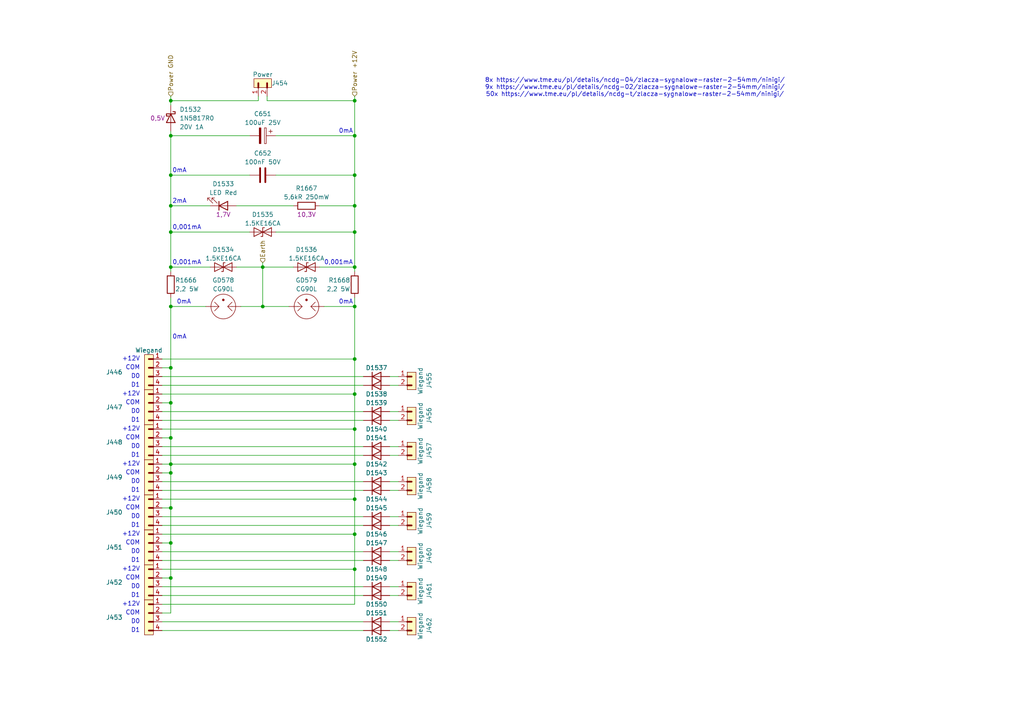
<source format=kicad_sch>
(kicad_sch (version 20231120) (generator "eeschema") (generator_version "8.0")
  (paper "A4")
  (lib_symbols
    (symbol "Device:C" (pin_numbers hide) (pin_names (offset 0.254))
      (property "Reference" "C" (at 0.635 2.54 0))
      (property "Value" "C" (at 0.635 -2.54 0))
      (symbol "C_0_1"
        (polyline (pts (xy -2.032 -0.762) (xy 2.032 -0.762)) (stroke (width 0.508)))
        (polyline (pts (xy -2.032 0.762) (xy 2.032 0.762)) (stroke (width 0.508)))
      )
      (symbol "C_1_1"
        (pin passive line (at 0 3.81 270) (length 2.794) (name "~") (number "1"))
        (pin passive line (at 0 -3.81 90) (length 2.794) (name "~") (number "2"))
      )
    )
    (symbol "Device:C_Polarized" (pin_numbers hide) (pin_names (offset 0.254))
      (property "Reference" "C" (at 0.635 2.54 0))
      (property "Value" "C_Polarized" (at 0.635 -2.54 0))
      (symbol "C_Polarized_0_1"
        (rectangle (start -2.286 0.508) (end 2.286 1.016))
        (polyline (pts (xy -1.778 2.286) (xy -0.762 2.286)))
        (polyline (pts (xy -1.27 2.794) (xy -1.27 1.778)))
        (rectangle (start 2.286 -0.508) (end -2.286 -1.016) (fill (type outline)))
      )
      (symbol "C_Polarized_1_1"
        (pin passive line (at 0 3.81 270) (length 2.794) (name "~") (number "1"))
        (pin passive line (at 0 -3.81 90) (length 2.794) (name "~") (number "2"))
      )
    )
    (symbol "Device:GDT_2Pin" (pin_numbers hide)
      (property "Reference" "GD" (at 5.08 0 90))
      (property "Value" "GDT_2Pin" (at 7.62 0 90))
      (symbol "GDT_2Pin_0_1"
        (polyline (pts (xy 0 -2.54) (xy 0 -1.27)))
        (polyline (pts (xy 0 -1.27) (xy -1.27 -2.54)))
        (polyline (pts (xy 0 -1.27) (xy 1.27 -2.54)))
        (polyline (pts (xy 0 1.27) (xy -1.27 2.54)))
        (polyline (pts (xy 0 1.27) (xy 1.27 2.54)))
        (polyline (pts (xy 0 2.54) (xy 0 1.27)))
        (circle (center 0 0) (radius 3.5814))
        (circle (center 1.905 0) (radius 0.127))
        (circle (center 1.905 0) (radius 0.127))
        (circle (center 1.905 0) (radius 0.2794))
        (circle (center 2.032 0) (radius 0.127))
      )
      (symbol "GDT_2Pin_1_1"
        (pin passive line (at 0 -5.08 90) (length 2.54) (name "~") (number "1"))
        (pin passive line (at 0 5.08 270) (length 2.54) (name "~") (number "3"))
      )
    )
    (symbol "Device:LED" (pin_numbers hide) (pin_names (offset 1.016) hide)
      (property "Reference" "D" (at 0 2.54 0))
      (property "Value" "LED" (at 0 -2.54 0))
      (symbol "LED_0_1"
        (polyline (pts (xy -1.27 -1.27) (xy -1.27 1.27)) (stroke (width 0.254)))
        (polyline (pts (xy -1.27 0) (xy 1.27 0)))
        (polyline (pts (xy 1.27 -1.27) (xy 1.27 1.27) (xy -1.27 0) (xy 1.27 -1.27)) (stroke (width 0.254)))
        (polyline (pts (xy -3.048 -0.762) (xy -4.572 -2.286) (xy -3.81 -2.286) (xy -4.572 -2.286) (xy -4.572 -1.524)))
        (polyline (pts (xy -1.778 -0.762) (xy -3.302 -2.286) (xy -2.54 -2.286) (xy -3.302 -2.286) (xy -3.302 -1.524)))
      )
      (symbol "LED_1_1"
        (pin passive line (at -3.81 0 0) (length 2.54) (name "K") (number "1"))
        (pin passive line (at 3.81 0 180) (length 2.54) (name "A") (number "2"))
      )
    )
    (symbol "Device:R" (pin_numbers hide) (pin_names (offset 0))
      (property "Reference" "R" (at 2.032 0 90))
      (property "Value" "R" (at 0 0 90))
      (symbol "R_0_1"
        (rectangle (start -1.016 -2.54) (end 1.016 2.54) (stroke (width 0.254)))
      )
      (symbol "R_1_1"
        (pin passive line (at 0 3.81 270) (length 1.27) (name "~") (number "1"))
        (pin passive line (at 0 -3.81 90) (length 1.27) (name "~") (number "2"))
      )
    )
    (symbol "Diode:1N4001" (pin_numbers hide) (pin_names hide)
      (property "Reference" "D" (at 0 2.54 0))
      (property "Value" "1N4001" (at 0 -2.54 0))
      (symbol "1N4001_0_1"
        (polyline (pts (xy -1.27 1.27) (xy -1.27 -1.27)) (stroke (width 0.254)))
        (polyline (pts (xy 1.27 0) (xy -1.27 0)))
        (polyline (pts (xy 1.27 1.27) (xy 1.27 -1.27) (xy -1.27 0) (xy 1.27 1.27)) (stroke (width 0.254)))
      )
      (symbol "1N4001_1_1"
        (pin passive line (at -3.81 0 0) (length 2.54) (name "K") (number "1"))
        (pin passive line (at 3.81 0 180) (length 2.54) (name "A") (number "2"))
      )
    )
    (symbol "Diode:1N5817" (pin_numbers hide) (pin_names (offset 1.016) hide)
      (property "Reference" "D" (at 0 2.54 0))
      (property "Value" "1N5817" (at 0 -2.54 0))
      (symbol "1N5817_0_1"
        (polyline (pts (xy 1.27 0) (xy -1.27 0)))
        (polyline (pts (xy 1.27 1.27) (xy 1.27 -1.27) (xy -1.27 0) (xy 1.27 1.27)) (stroke (width 0.254)))
        (polyline (pts (xy -1.905 0.635) (xy -1.905 1.27) (xy -1.27 1.27) (xy -1.27 -1.27) (xy -0.635 -1.27) (xy -0.635 -0.635)) (stroke (width 0.254)))
      )
      (symbol "1N5817_1_1"
        (pin passive line (at -3.81 0 0) (length 2.54) (name "K") (number "1"))
        (pin passive line (at 3.81 0 180) (length 2.54) (name "A") (number "2"))
      )
    )
    (symbol "Diode:SMAJ12CA" (pin_numbers hide) (pin_names (offset 1.016) hide)
      (property "Reference" "D" (at 0 2.54 0))
      (property "Value" "SMAJ12CA" (at 0 -2.54 0))
      (symbol "SMAJ12CA_0_1"
        (polyline (pts (xy 1.27 0) (xy -1.27 0)))
        (polyline (pts (xy -2.54 -1.27) (xy 0 0) (xy -2.54 1.27) (xy -2.54 -1.27)) (stroke (width 0.2032)))
        (polyline (pts (xy 0.508 1.27) (xy 0 1.27) (xy 0 -1.27) (xy -0.508 -1.27)) (stroke (width 0.2032)))
        (polyline (pts (xy 2.54 1.27) (xy 2.54 -1.27) (xy 0 0) (xy 2.54 1.27)) (stroke (width 0.2032)))
      )
      (symbol "SMAJ12CA_1_1"
        (pin passive line (at -3.81 0 0) (length 2.54) (name "A1") (number "1"))
        (pin passive line (at 3.81 0 180) (length 2.54) (name "A2") (number "2"))
      )
    )
    (symbol "PCM_SL_Pin_Headers:PINHD_1x2_Male"
      (property "Reference" "J" (at 0 6.35 0))
      (property "Value" "PINHD_1x2_Male" (at 0 3.81 0))
      (symbol "PINHD_1x2_Male_0_1"
        (rectangle (start -1.27 2.54) (end 1.27 -2.54) (fill (type background)))
        (polyline (pts (xy -1.27 -1.27) (xy 0 -1.27)) (stroke (width 0.3)))
        (polyline (pts (xy -1.27 -1.27) (xy 0 -1.27)) (stroke (width 0.5)))
        (polyline (pts (xy -1.27 1.27) (xy 0 1.27)) (stroke (width 0.3)))
        (polyline (pts (xy -1.27 1.27) (xy 0 1.27)) (stroke (width 0.5)))
      )
      (symbol "PINHD_1x2_Male_1_1"
        (pin passive line (at -3.81 1.27 0) (length 2.54) (name "") (number "1"))
        (pin passive line (at -3.81 -1.27 0) (length 2.54) (name "") (number "2"))
      )
    )
    (symbol "PCM_SL_Pin_Headers:PINHD_1x4_Male"
      (property "Reference" "J" (at 0 8.89 0))
      (property "Value" "PINHD_1x4_Male" (at 0 6.35 0))
      (symbol "PINHD_1x4_Male_0_1"
        (rectangle (start -1.27 5.08) (end 1.27 -5.08) (fill (type background)))
        (polyline (pts (xy -1.27 -3.81) (xy 0 -3.81)) (stroke (width 0.3)))
        (polyline (pts (xy -1.27 -3.81) (xy 0 -3.81)) (stroke (width 0.5)))
        (polyline (pts (xy -1.27 -1.27) (xy 0 -1.27)) (stroke (width 0.3)))
        (polyline (pts (xy -1.27 -1.27) (xy 0 -1.27)) (stroke (width 0.5)))
        (polyline (pts (xy -1.27 1.27) (xy 0 1.27)) (stroke (width 0.3)))
        (polyline (pts (xy -1.27 1.27) (xy 0 1.27)) (stroke (width 0.5)))
        (polyline (pts (xy -1.27 3.81) (xy 0 3.81)) (stroke (width 0.3)))
        (polyline (pts (xy -1.27 3.81) (xy 0 3.81)) (stroke (width 0.5)))
      )
      (symbol "PINHD_1x4_Male_1_1"
        (pin passive line (at -3.81 3.81 0) (length 2.54) (name "") (number "1"))
        (pin passive line (at -3.81 1.27 0) (length 2.54) (name "") (number "2"))
        (pin passive line (at -3.81 -1.27 0) (length 2.54) (name "") (number "3"))
        (pin passive line (at -3.81 -3.81 0) (length 2.54) (name "") (number "4"))
      )
    )
  )
  (junction (at 49.53 29.21))
  (junction (at 102.87 50.8))
  (junction (at 102.87 67.31))
  (junction (at 49.53 39.37))
  (junction (at 102.87 59.69))
  (junction (at 49.53 137.16))
  (junction (at 102.87 104.14))
  (junction (at 49.53 167.64))
  (junction (at 102.87 154.94))
  (junction (at 102.87 165.1))
  (junction (at 102.87 77.47))
  (junction (at 102.87 29.21))
  (junction (at 102.87 124.46))
  (junction (at 49.53 88.9))
  (junction (at 102.87 88.9))
  (junction (at 76.2 77.47))
  (junction (at 76.2 88.9))
  (junction (at 49.53 116.84))
  (junction (at 102.87 144.78))
  (junction (at 102.87 39.37))
  (junction (at 49.53 106.68))
  (junction (at 49.53 134.62))
  (junction (at 102.87 134.62))
  (junction (at 49.53 50.8))
  (junction (at 49.53 77.47))
  (junction (at 49.53 59.69))
  (junction (at 49.53 67.31))
  (junction (at 49.53 127))
  (junction (at 102.87 114.3))
  (junction (at 49.53 147.32))
  (junction (at 49.53 157.48))
  (wire (pts (xy 68.58 59.69) (xy 85.09 59.69)))
  (wire (pts (xy 69.85 88.9) (xy 76.2 88.9)))
  (wire (pts (xy 102.87 124.46) (xy 102.87 134.62)))
  (wire (pts (xy 49.53 39.37) (xy 49.53 50.8)))
  (wire (pts (xy 115.57 109.22) (xy 113.03 109.22)))
  (wire (pts (xy 46.99 116.84) (xy 49.53 116.84)))
  (wire (pts (xy 49.53 38.1) (xy 49.53 39.37)))
  (wire (pts (xy 46.99 152.4) (xy 105.41 152.4)))
  (wire (pts (xy 49.53 157.48) (xy 49.53 147.32)))
  (wire (pts (xy 102.87 77.47) (xy 102.87 78.74)))
  (wire (pts (xy 49.53 50.8) (xy 49.53 59.69)))
  (wire (pts (xy 46.99 144.78) (xy 102.87 144.78)))
  (wire (pts (xy 46.99 124.46) (xy 102.87 124.46)))
  (wire (pts (xy 46.99 165.1) (xy 102.87 165.1)))
  (wire (pts (xy 46.99 175.26) (xy 102.87 175.26)))
  (wire (pts (xy 105.41 170.18) (xy 46.99 170.18)))
  (wire (pts (xy 102.87 29.21) (xy 102.87 39.37)))
  (wire (pts (xy 49.53 39.37) (xy 72.39 39.37)))
  (wire (pts (xy 49.53 27.94) (xy 49.53 29.21)))
  (wire (pts (xy 80.01 50.8) (xy 102.87 50.8)))
  (wire (pts (xy 115.57 162.56) (xy 113.03 162.56)))
  (wire (pts (xy 49.53 134.62) (xy 102.87 134.62)))
  (wire (pts (xy 49.53 116.84) (xy 49.53 106.68)))
  (wire (pts (xy 105.41 109.22) (xy 46.99 109.22)))
  (wire (pts (xy 46.99 114.3) (xy 102.87 114.3)))
  (wire (pts (xy 49.53 167.64) (xy 49.53 157.48)))
  (wire (pts (xy 49.53 67.31) (xy 49.53 77.47)))
  (wire (pts (xy 68.58 77.47) (xy 76.2 77.47)))
  (wire (pts (xy 46.99 147.32) (xy 49.53 147.32)))
  (wire (pts (xy 76.2 77.47) (xy 76.2 88.9)))
  (wire (pts (xy 115.57 180.34) (xy 113.03 180.34)))
  (wire (pts (xy 46.99 127) (xy 49.53 127)))
  (wire (pts (xy 49.53 50.8) (xy 72.39 50.8)))
  (wire (pts (xy 76.2 76.2) (xy 76.2 77.47)))
  (wire (pts (xy 105.41 139.7) (xy 46.99 139.7)))
  (wire (pts (xy 115.57 170.18) (xy 113.03 170.18)))
  (wire (pts (xy 115.57 152.4) (xy 113.03 152.4)))
  (wire (pts (xy 115.57 129.54) (xy 113.03 129.54)))
  (wire (pts (xy 102.87 88.9) (xy 102.87 104.14)))
  (wire (pts (xy 102.87 59.69) (xy 102.87 67.31)))
  (wire (pts (xy 115.57 160.02) (xy 113.03 160.02)))
  (wire (pts (xy 115.57 111.76) (xy 113.03 111.76)))
  (wire (pts (xy 76.2 88.9) (xy 83.82 88.9)))
  (wire (pts (xy 102.87 144.78) (xy 102.87 154.94)))
  (wire (pts (xy 105.41 129.54) (xy 46.99 129.54)))
  (wire (pts (xy 115.57 119.38) (xy 113.03 119.38)))
  (wire (pts (xy 115.57 149.86) (xy 113.03 149.86)))
  (wire (pts (xy 46.99 172.72) (xy 105.41 172.72)))
  (wire (pts (xy 46.99 157.48) (xy 49.53 157.48)))
  (wire (pts (xy 46.99 167.64) (xy 49.53 167.64)))
  (wire (pts (xy 46.99 134.62) (xy 49.53 134.62)))
  (wire (pts (xy 49.53 59.69) (xy 49.53 67.31)))
  (wire (pts (xy 115.57 182.88) (xy 113.03 182.88)))
  (wire (pts (xy 92.71 77.47) (xy 102.87 77.47)))
  (wire (pts (xy 74.93 29.21) (xy 74.93 27.94)))
  (wire (pts (xy 105.41 149.86) (xy 46.99 149.86)))
  (wire (pts (xy 80.01 67.31) (xy 102.87 67.31)))
  (wire (pts (xy 105.41 160.02) (xy 46.99 160.02)))
  (wire (pts (xy 49.53 88.9) (xy 59.69 88.9)))
  (wire (pts (xy 49.53 77.47) (xy 49.53 78.74)))
  (wire (pts (xy 49.53 88.9) (xy 49.53 106.68)))
  (wire (pts (xy 46.99 142.24) (xy 105.41 142.24)))
  (wire (pts (xy 115.57 139.7) (xy 113.03 139.7)))
  (wire (pts (xy 85.09 77.47) (xy 76.2 77.47)))
  (wire (pts (xy 49.53 59.69) (xy 60.96 59.69)))
  (wire (pts (xy 77.47 29.21) (xy 102.87 29.21)))
  (wire (pts (xy 105.41 119.38) (xy 46.99 119.38)))
  (wire (pts (xy 102.87 27.94) (xy 102.87 29.21)))
  (wire (pts (xy 49.53 77.47) (xy 60.96 77.47)))
  (wire (pts (xy 77.47 29.21) (xy 77.47 27.94)))
  (wire (pts (xy 49.53 29.21) (xy 49.53 30.48)))
  (wire (pts (xy 46.99 106.68) (xy 49.53 106.68)))
  (wire (pts (xy 102.87 114.3) (xy 102.87 124.46)))
  (wire (pts (xy 93.98 88.9) (xy 102.87 88.9)))
  (wire (pts (xy 49.53 134.62) (xy 49.53 137.16)))
  (wire (pts (xy 102.87 154.94) (xy 102.87 165.1)))
  (wire (pts (xy 102.87 175.26) (xy 102.87 165.1)))
  (wire (pts (xy 49.53 86.36) (xy 49.53 88.9)))
  (wire (pts (xy 49.53 116.84) (xy 49.53 127)))
  (wire (pts (xy 46.99 154.94) (xy 102.87 154.94)))
  (wire (pts (xy 115.57 121.92) (xy 113.03 121.92)))
  (wire (pts (xy 102.87 67.31) (xy 102.87 77.47)))
  (wire (pts (xy 46.99 162.56) (xy 105.41 162.56)))
  (wire (pts (xy 102.87 86.36) (xy 102.87 88.9)))
  (wire (pts (xy 46.99 177.8) (xy 49.53 177.8)))
  (wire (pts (xy 115.57 132.08) (xy 113.03 132.08)))
  (wire (pts (xy 46.99 111.76) (xy 105.41 111.76)))
  (wire (pts (xy 92.71 59.69) (xy 102.87 59.69)))
  (wire (pts (xy 46.99 137.16) (xy 49.53 137.16)))
  (wire (pts (xy 105.41 180.34) (xy 46.99 180.34)))
  (wire (pts (xy 46.99 182.88) (xy 105.41 182.88)))
  (wire (pts (xy 49.53 29.21) (xy 74.93 29.21)))
  (wire (pts (xy 102.87 114.3) (xy 102.87 104.14)))
  (wire (pts (xy 102.87 39.37) (xy 102.87 50.8)))
  (wire (pts (xy 102.87 59.69) (xy 102.87 50.8)))
  (wire (pts (xy 115.57 172.72) (xy 113.03 172.72)))
  (wire (pts (xy 49.53 127) (xy 49.53 134.62)))
  (wire (pts (xy 115.57 142.24) (xy 113.03 142.24)))
  (wire (pts (xy 49.53 147.32) (xy 49.53 137.16)))
  (wire (pts (xy 102.87 144.78) (xy 102.87 134.62)))
  (wire (pts (xy 80.01 39.37) (xy 102.87 39.37)))
  (wire (pts (xy 49.53 177.8) (xy 49.53 167.64)))
  (wire (pts (xy 46.99 104.14) (xy 102.87 104.14)))
  (wire (pts (xy 49.53 67.31) (xy 72.39 67.31)))
  (wire (pts (xy 46.99 132.08) (xy 105.41 132.08)))
  (wire (pts (xy 46.99 121.92) (xy 105.41 121.92)))
  (text "0,001mA" (at 58.42 76.2 0) (effects (font (size 1.27 1.27)) (justify right)))
  (text "D1" (at 40.64 132.08 0) (effects (font (size 1.27 1.27)) (justify right)))
  (text "D1" (at 40.64 121.92 0) (effects (font (size 1.27 1.27)) (justify right)))
  (text "D1" (at 40.64 111.76 0) (effects (font (size 1.27 1.27)) (justify right)))
  (text "D1" (at 40.64 142.24 0) (effects (font (size 1.27 1.27)) (justify right)))
  (text "+12V" (at 40.64 154.94 0) (effects (font (size 1.27 1.27)) (justify right)))
  (text "D1" (at 40.64 162.56 0) (effects (font (size 1.27 1.27)) (justify right)))
  (text "+12V" (at 40.64 124.46 0) (effects (font (size 1.27 1.27)) (justify right)))
  (text "+12V" (at 40.64 144.78 0) (effects (font (size 1.27 1.27)) (justify right)))
  (text "COM" (at 40.64 167.64 0) (effects (font (size 1.27 1.27)) (justify right)))
  (text "COM" (at 40.64 116.84 0) (effects (font (size 1.27 1.27)) (justify right)))
  (text "COM" (at 40.64 137.16 0) (effects (font (size 1.27 1.27)) (justify right)))
  (text "0,001mA" (at 93.98 76.2 0) (effects (font (size 1.27 1.27)) (justify left)))
  (text "D1" (at 40.64 172.72 0) (effects (font (size 1.27 1.27)) (justify right)))
  (text "D0" (at 40.64 170.18 0) (effects (font (size 1.27 1.27)) (justify right)))
  (text "D0" (at 40.64 129.54 0) (effects (font (size 1.27 1.27)) (justify right)))
  (text "+12V" (at 40.64 114.3 0) (effects (font (size 1.27 1.27)) (justify right)))
  (text "D0" (at 40.64 119.38 0) (effects (font (size 1.27 1.27)) (justify right)))
  (text "COM" (at 40.64 127 0) (effects (font (size 1.27 1.27)) (justify right)))
  (text "D0" (at 40.64 160.02 0) (effects (font (size 1.27 1.27)) (justify right)))
  (text "0mA" (at 100.33 38.1 0) (effects (font (size 1.27 1.27))))
  (text "+12V" (at 40.64 175.26 0) (effects (font (size 1.27 1.27)) (justify right)))
  (text "0mA" (at 52.07 49.53 0) (effects (font (size 1.27 1.27))))
  (text "D0" (at 40.64 180.34 0) (effects (font (size 1.27 1.27)) (justify right)))
  (text "D1" (at 40.64 152.4 0) (effects (font (size 1.27 1.27)) (justify right)))
  (text "+12V" (at 40.64 165.1 0) (effects (font (size 1.27 1.27)) (justify right)))
  (text "0,001mA" (at 58.42 66.04 0) (effects (font (size 1.27 1.27)) (justify right)))
  (text "+12V" (at 40.64 134.62 0) (effects (font (size 1.27 1.27)) (justify right)))
  (text "COM" (at 40.64 157.48 0) (effects (font (size 1.27 1.27)) (justify right)))
  (text "+12V" (at 40.64 104.14 0) (effects (font (size 1.27 1.27)) (justify right)))
  (text "D0" (at 40.64 109.22 0) (effects (font (size 1.27 1.27)) (justify right)))
  (text "D1" (at 40.64 182.88 0) (effects (font (size 1.27 1.27)) (justify right)))
  (text "COM" (at 40.64 177.8 0) (effects (font (size 1.27 1.27)) (justify right)))
  (text "0mA" (at 52.07 97.79 0) (effects (font (size 1.27 1.27))))
  (text "D0" (at 40.64 149.86 0) (effects (font (size 1.27 1.27)) (justify right)))
  (text "0mA" (at 100.33 87.63 0) (effects (font (size 1.27 1.27))))
  (text "COM" (at 40.64 147.32 0) (effects (font (size 1.27 1.27)) (justify right)))
  (text "2mA" (at 52.07 58.42 0) (effects (font (size 1.27 1.27))))
  (text "0mA" (at 53.34 87.63 0) (effects (font (size 1.27 1.27))))
  (text "D0" (at 40.64 139.7 0) (effects (font (size 1.27 1.27)) (justify right)))
  (text "8x https://www.tme.eu/pl/details/ncdg-04/zlacza-sygnalowe-raster-2-54mm/ninigi/\n9x https://www.tme.eu/pl/details/ncdg-02/zlacza-sygnalowe-raster-2-54mm/ninigi/\n50x https://www.tme.eu/pl/details/ncdg-t/zlacza-sygnalowe-raster-2-54mm/ninigi/\n" (at 184.15 25.4 0) (effects (font (size 1.27 1.27))))
  (text "COM" (at 40.64 106.68 0) (effects (font (size 1.27 1.27)) (justify right)))
  (hierarchical_label "Power +12V" (shape input) (at 102.87 27.94 90))
  (hierarchical_label "Earth" (shape input) (at 76.2 76.2 90))
  (hierarchical_label "Power GND" (shape input) (at 49.53 27.94 90))
  (symbol (lib_id "PCM_SL_Pin_Headers:PINHD_1x2_Male") (at 119.38 161.29 0) (unit 1) (on_board no)
    (property "Reference" "J460" (at 124.46 158.75 90) (effects (justify right)))
    (property "Value" "Wiegand Pin Header 1x2 Male" (effects (hide yes)))
    (property "Footprint" "Connector_PinHeader_2.54mm:PinHeader_1x02_P2.54mm_Vertical" (effects (hide yes)))
    (property "Datasheet" "https://www.tme.eu/Document/f9d608b97b9d96b2a823a7d0da30e024/NCWD.pdf" (effects (hide yes)))
    (property "Description" "Wiegand" (at 121.92 161.29 90))
    (property "Sklep" "https://www.tme.eu/pl/details/ncdw-02/zlacza-sygnalowe-raster-2-54mm/ninigi/" (effects (hide yes)))
    (property "Model" "NCDW-02" (effects (hide yes)))
  )
  (symbol (lib_id "Diode:1N4001") (at 109.22 129.54 0) (unit 1) (on_board no)
    (property "Reference" "D1541" (at 109.22 127 0))
    (property "Value" "1.1" (effects (hide yes)))
    (property "Footprint" "Diode_THT:D_DO-35_SOD27_P7.62mm_Horizontal" (effects (hide yes)))
    (property "Datasheet" "https://www.tme.eu/Document/c6f6445616a0da67965224a113dd79b5/1n4148.pdf" (effects (hide yes)))
    (property "Description" "1N4148" (effects (hide yes)))
    (property "Model" "1N4148" (effects (hide yes)))
    (property "Sklep" "https://www.tme.eu/pl/details/1n4148-dio/diody-uniwersalne-tht/diotec-semiconductor/1n4148/" (effects (hide yes)))
  )
  (symbol (lib_id "PCM_SL_Pin_Headers:PINHD_1x2_Male") (at 119.38 140.97 0) (unit 1) (on_board no)
    (property "Reference" "J458" (at 124.46 138.43 90) (effects (justify right)))
    (property "Value" "Wiegand Pin Header 1x2 Male" (effects (hide yes)))
    (property "Footprint" "Connector_PinHeader_2.54mm:PinHeader_1x02_P2.54mm_Vertical" (effects (hide yes)))
    (property "Datasheet" "https://www.tme.eu/Document/f9d608b97b9d96b2a823a7d0da30e024/NCWD.pdf" (effects (hide yes)))
    (property "Description" "Wiegand" (at 121.92 140.97 90))
    (property "Sklep" "https://www.tme.eu/pl/details/ncdw-02/zlacza-sygnalowe-raster-2-54mm/ninigi/" (effects (hide yes)))
    (property "Model" "NCDW-02" (effects (hide yes)))
  )
  (symbol (lib_id "Device:LED") (at 64.77 59.69 0) (mirror x) (unit 1) (on_board no)
    (property "Reference" "D1533" (at 64.77 53.34 0))
    (property "Value" "2,0" (effects (hide yes)))
    (property "Footprint" "LED_THT:LED_D3.0mm" (effects (hide yes)))
    (property "Datasheet" "https://www.alldatasheet.com/datasheet-pdf/pdf/572774/LITEON/LTL-4221NLC.html" (effects (hide yes)))
    (property "Description" "LED Red" (at 64.77 55.88 0))
    (property "Sklep" "https://www.tme.eu/pl/details/ltl-4221nlc/diody-led-tht-okragle/liteon/" (effects (hide yes)))
    (property "Vdrop" "1,7V" (at 64.77 62.23 0))
    (property "Model" "LTL-4221NLC" (effects (hide yes)))
  )
  (symbol (lib_id "Diode:1N4001") (at 109.22 162.56 0) (unit 1) (on_board no)
    (property "Reference" "D1548" (at 109.22 165.1 0))
    (property "Value" "1.1" (effects (hide yes)))
    (property "Footprint" "Diode_THT:D_DO-35_SOD27_P7.62mm_Horizontal" (effects (hide yes)))
    (property "Datasheet" "https://www.tme.eu/Document/c6f6445616a0da67965224a113dd79b5/1n4148.pdf" (effects (hide yes)))
    (property "Description" "1N4148" (effects (hide yes)))
    (property "Model" "1N4148" (effects (hide yes)))
    (property "Sklep" "https://www.tme.eu/pl/details/1n4148-dio/diody-uniwersalne-tht/diotec-semiconductor/1n4148/" (effects (hide yes)))
  )
  (symbol (lib_id "PCM_SL_Pin_Headers:PINHD_1x4_Male") (at 43.18 179.07 0) (mirror y) (unit 1) (on_board no)
    (property "Reference" "J453" (at 35.56 179.07 0) (effects (justify left)))
    (property "Value" "Wiegand Pin Header 1x5 Male" (effects (hide yes)))
    (property "Footprint" "Connector_PinHeader_2.54mm:PinHeader_1x04_P2.54mm_Vertical" (effects (hide yes)))
    (property "Datasheet" "https://www.tme.eu/Document/f9d608b97b9d96b2a823a7d0da30e024/NCWD.pdf" (effects (hide yes)))
    (property "Description" "Wiegand" (effects (hide yes)))
    (property "Sklep" "https://www.tme.eu/pl/details/ncdw-04/zlacza-sygnalowe-raster-2-54mm/ninigi/" (effects (hide yes)))
    (property "Model" "NCDW-04" (effects (hide yes)))
  )
  (symbol (lib_id "PCM_SL_Pin_Headers:PINHD_1x2_Male") (at 119.38 171.45 0) (unit 1) (on_board no)
    (property "Reference" "J461" (at 124.46 168.91 90) (effects (justify right)))
    (property "Value" "Wiegand Pin Header 1x2 Male" (effects (hide yes)))
    (property "Footprint" "Connector_PinHeader_2.54mm:PinHeader_1x02_P2.54mm_Vertical" (effects (hide yes)))
    (property "Datasheet" "https://www.tme.eu/Document/f9d608b97b9d96b2a823a7d0da30e024/NCWD.pdf" (effects (hide yes)))
    (property "Description" "Wiegand" (at 121.92 171.45 90))
    (property "Sklep" "https://www.tme.eu/pl/details/ncdw-02/zlacza-sygnalowe-raster-2-54mm/ninigi/" (effects (hide yes)))
    (property "Model" "NCDW-02" (effects (hide yes)))
  )
  (symbol (lib_id "Diode:1N4001") (at 109.22 139.7 0) (unit 1) (on_board no)
    (property "Reference" "D1543" (at 109.22 137.16 0))
    (property "Value" "1.1" (effects (hide yes)))
    (property "Footprint" "Diode_THT:D_DO-35_SOD27_P7.62mm_Horizontal" (effects (hide yes)))
    (property "Datasheet" "https://www.tme.eu/Document/c6f6445616a0da67965224a113dd79b5/1n4148.pdf" (effects (hide yes)))
    (property "Description" "1N4148" (effects (hide yes)))
    (property "Model" "1N4148" (effects (hide yes)))
    (property "Sklep" "https://www.tme.eu/pl/details/1n4148-dio/diody-uniwersalne-tht/diotec-semiconductor/1n4148/" (effects (hide yes)))
  )
  (symbol (lib_id "Diode:1N5817") (at 49.53 34.29 270) (unit 1) (on_board no)
    (property "Reference" "D1532" (at 52.07 31.75 90) (effects (justify left)))
    (property "Value" "0,5" (effects (hide yes)))
    (property "Footprint" "Diode_THT:D_DO-41_SOD81_P10.16mm_Horizontal" (effects (hide yes)))
    (property "Datasheet" "https://www.tme.eu/Document/0d1d02df040a1d261ec72bc7cea12a90/1N5817-R0.pdf" (effects (hide yes)))
    (property "Description" "20V 1A" (at 52.07 36.83 90) (effects (justify left)))
    (property "Model" "1N5817R0" (at 52.07 34.29 90) (effects (justify left)))
    (property "Sklep" "https://www.tme.eu/pl/details/1n5817-r0/diody-schottky-tht/taiwan-semiconductor/1n5817-r0/" (effects (hide yes)))
    (property "Vdrop" "0,5V" (at 45.72 34.29 90))
  )
  (symbol (lib_id "Device:R") (at 88.9 59.69 270) (unit 1) (on_board no)
    (property "Reference" "R1667" (at 88.9 54.61 90))
    (property "Value" "5600" (effects (hide yes)))
    (property "Footprint" "Resistor_THT:R_Axial_DIN0204_L3.6mm_D1.6mm_P5.08mm_Horizontal" (effects (hide yes)))
    (property "Datasheet" "https://www.tme.eu/Document/3b68a2c15adddc45017f1757c33e8b45/cf_resistor.pdf" (effects (hide yes)))
    (property "Description" "5,6kR 250mW" (at 88.9 57.15 90))
    (property "Sklep" "https://www.tme.eu/pl/details/cf1_4ws-5k6/rezystory-tht/sr-passives/" (effects (hide yes)))
    (property "Vdrop" "10,3V" (at 88.9 62.23 90))
    (property "Model" "CF1/4WS-5K6" (effects (hide yes)))
  )
  (symbol (lib_id "PCM_SL_Pin_Headers:PINHD_1x4_Male") (at 43.18 128.27 0) (mirror y) (unit 1) (on_board no)
    (property "Reference" "J448" (at 35.56 128.27 0) (effects (justify left)))
    (property "Value" "Wiegand Pin Header 1x5 Male" (effects (hide yes)))
    (property "Footprint" "Connector_PinHeader_2.54mm:PinHeader_1x04_P2.54mm_Vertical" (effects (hide yes)))
    (property "Datasheet" "https://www.tme.eu/Document/f9d608b97b9d96b2a823a7d0da30e024/NCWD.pdf" (effects (hide yes)))
    (property "Description" "Wiegand" (effects (hide yes)))
    (property "Sklep" "https://www.tme.eu/pl/details/ncdw-04/zlacza-sygnalowe-raster-2-54mm/ninigi/" (effects (hide yes)))
    (property "Model" "NCDW-04" (effects (hide yes)))
  )
  (symbol (lib_id "Device:R") (at 102.87 82.55 0) (mirror y) (unit 1) (on_board no)
    (property "Reference" "R1668" (at 101.6 81.28 0) (effects (justify left)))
    (property "Value" "2.2" (effects (hide yes)))
    (property "Footprint" "PCM_Resistor_THT_AKL:R_Axial_DIN0617_L17.0mm_D6.0mm_P20.32mm_Horizontal" (effects (hide yes)))
    (property "Datasheet" "https://www.tme.eu/Document/1d010f0222836cb51567e6715d044023/ROYALOHM-KNP.pdf" (effects (hide yes)))
    (property "Description" "2,2 5W" (at 101.6 83.82 0) (effects (justify left)))
    (property "Sklep" "https://www.tme.eu/pl/details/knp05ws-2r2/rezystory-mocy/royal-ohm/knp05sj022jaa9/" (effects (hide yes)))
    (property "Model" "KNP05SJ022JAA9" (effects (hide yes)))
  )
  (symbol (lib_id "PCM_SL_Pin_Headers:PINHD_1x2_Male") (at 119.38 130.81 0) (unit 1) (on_board no)
    (property "Reference" "J457" (at 124.46 128.27 90) (effects (justify right)))
    (property "Value" "Wiegand Pin Header 1x2 Male" (effects (hide yes)))
    (property "Footprint" "Connector_PinHeader_2.54mm:PinHeader_1x02_P2.54mm_Vertical" (effects (hide yes)))
    (property "Datasheet" "https://www.tme.eu/Document/f9d608b97b9d96b2a823a7d0da30e024/NCWD.pdf" (effects (hide yes)))
    (property "Description" "Wiegand" (at 121.92 130.81 90))
    (property "Sklep" "https://www.tme.eu/pl/details/ncdw-02/zlacza-sygnalowe-raster-2-54mm/ninigi/" (effects (hide yes)))
    (property "Model" "NCDW-02" (effects (hide yes)))
  )
  (symbol (lib_id "Diode:1N4001") (at 109.22 149.86 0) (unit 1) (on_board no)
    (property "Reference" "D1545" (at 109.22 147.32 0))
    (property "Value" "1.1" (effects (hide yes)))
    (property "Footprint" "Diode_THT:D_DO-35_SOD27_P7.62mm_Horizontal" (effects (hide yes)))
    (property "Datasheet" "https://www.tme.eu/Document/c6f6445616a0da67965224a113dd79b5/1n4148.pdf" (effects (hide yes)))
    (property "Description" "1N4148" (effects (hide yes)))
    (property "Model" "1N4148" (effects (hide yes)))
    (property "Sklep" "https://www.tme.eu/pl/details/1n4148-dio/diody-uniwersalne-tht/diotec-semiconductor/1n4148/" (effects (hide yes)))
  )
  (symbol (lib_id "PCM_SL_Pin_Headers:PINHD_1x4_Male") (at 43.18 107.95 0) (mirror y) (unit 1) (on_board no)
    (property "Reference" "J446" (at 35.56 107.95 0) (effects (justify left)))
    (property "Value" "Wiegand Pin Header 1x5 Male" (effects (hide yes)))
    (property "Footprint" "Connector_PinHeader_2.54mm:PinHeader_1x04_P2.54mm_Vertical" (effects (hide yes)))
    (property "Datasheet" "https://www.tme.eu/Document/f9d608b97b9d96b2a823a7d0da30e024/NCWD.pdf" (effects (hide yes)))
    (property "Description" "Wiegand" (at 43.18 101.6 0))
    (property "Sklep" "https://www.tme.eu/pl/details/ncdw-04/zlacza-sygnalowe-raster-2-54mm/ninigi/" (effects (hide yes)))
    (property "Model" "NCDW-04" (effects (hide yes)))
  )
  (symbol (lib_id "Device:GDT_2Pin") (at 64.77 88.9 90) (unit 1) (on_board no)
    (property "Reference" "GD578" (at 64.77 81.28 90))
    (property "Value" "90" (effects (hide yes)))
    (property "Footprint" "Resistor_THT:R_Axial_DIN0617_L17.0mm_D6.0mm_P7.62mm_Vertical" (effects (hide yes)))
    (property "Datasheet" "https://www.tme.eu/Document/05f20814a2340ae42f42ea5efcf39b26/CG2250L-Littelfuse-datasheet-7160216.pdf" (effects (hide yes)))
    (property "Description" "CG90L" (at 64.77 83.82 90))
    (property "Sklep" "https://www.tme.eu/pl/details/cg-90l/ochronniki-przeciwprzepieciowe-tht/littelfuse/cg90l/" (effects (hide yes)))
    (property "Model" "CG90L" (effects (hide yes)))
  )
  (symbol (lib_id "PCM_SL_Pin_Headers:PINHD_1x2_Male") (at 119.38 181.61 0) (unit 1) (on_board no)
    (property "Reference" "J462" (at 124.46 179.07 90) (effects (justify right)))
    (property "Value" "Wiegand Pin Header 1x2 Male" (effects (hide yes)))
    (property "Footprint" "Connector_PinHeader_2.54mm:PinHeader_1x02_P2.54mm_Vertical" (effects (hide yes)))
    (property "Datasheet" "https://www.tme.eu/Document/f9d608b97b9d96b2a823a7d0da30e024/NCWD.pdf" (effects (hide yes)))
    (property "Description" "Wiegand" (at 121.92 181.61 90))
    (property "Sklep" "https://www.tme.eu/pl/details/ncdw-02/zlacza-sygnalowe-raster-2-54mm/ninigi/" (effects (hide yes)))
    (property "Model" "NCDW-02" (effects (hide yes)))
  )
  (symbol (lib_id "Diode:1N4001") (at 109.22 142.24 0) (unit 1) (on_board no)
    (property "Reference" "D1544" (at 109.22 144.78 0))
    (property "Value" "1.1" (effects (hide yes)))
    (property "Footprint" "Diode_THT:D_DO-35_SOD27_P7.62mm_Horizontal" (effects (hide yes)))
    (property "Datasheet" "https://www.tme.eu/Document/c6f6445616a0da67965224a113dd79b5/1n4148.pdf" (effects (hide yes)))
    (property "Description" "1N4148" (effects (hide yes)))
    (property "Model" "1N4148" (effects (hide yes)))
    (property "Sklep" "https://www.tme.eu/pl/details/1n4148-dio/diody-uniwersalne-tht/diotec-semiconductor/1n4148/" (effects (hide yes)))
  )
  (symbol (lib_id "Diode:1N4001") (at 109.22 180.34 0) (unit 1) (on_board no)
    (property "Reference" "D1551" (at 109.22 177.8 0))
    (property "Value" "1.1" (effects (hide yes)))
    (property "Footprint" "Diode_THT:D_DO-35_SOD27_P7.62mm_Horizontal" (effects (hide yes)))
    (property "Datasheet" "https://www.tme.eu/Document/c6f6445616a0da67965224a113dd79b5/1n4148.pdf" (effects (hide yes)))
    (property "Description" "1N4148" (effects (hide yes)))
    (property "Model" "1N4148" (effects (hide yes)))
    (property "Sklep" "https://www.tme.eu/pl/details/1n4148-dio/diody-uniwersalne-tht/diotec-semiconductor/1n4148/" (effects (hide yes)))
  )
  (symbol (lib_id "Device:R") (at 49.53 82.55 0) (unit 1) (on_board no)
    (property "Reference" "R1666" (at 50.8 81.28 0) (effects (justify left)))
    (property "Value" "2.2" (effects (hide yes)))
    (property "Footprint" "PCM_Resistor_THT_AKL:R_Axial_DIN0617_L17.0mm_D6.0mm_P20.32mm_Horizontal" (effects (hide yes)))
    (property "Datasheet" "https://www.tme.eu/Document/1d010f0222836cb51567e6715d044023/ROYALOHM-KNP.pdf" (effects (hide yes)))
    (property "Description" "2,2 5W" (at 50.8 83.82 0) (effects (justify left)))
    (property "Sklep" "https://www.tme.eu/pl/details/knp05ws-2r2/rezystory-mocy/royal-ohm/knp05sj022jaa9/" (effects (hide yes)))
    (property "Model" "KNP05SJ022JAA9" (effects (hide yes)))
  )
  (symbol (lib_id "Diode:1N4001") (at 109.22 109.22 0) (unit 1) (on_board no)
    (property "Reference" "D1537" (at 109.22 106.68 0))
    (property "Value" "1.1" (effects (hide yes)))
    (property "Footprint" "Diode_THT:D_DO-35_SOD27_P7.62mm_Horizontal" (effects (hide yes)))
    (property "Datasheet" "https://www.tme.eu/Document/c6f6445616a0da67965224a113dd79b5/1n4148.pdf" (effects (hide yes)))
    (property "Description" "1N4148" (effects (hide yes)))
    (property "Model" "1N4148" (effects (hide yes)))
    (property "Sklep" "https://www.tme.eu/pl/details/1n4148-dio/diody-uniwersalne-tht/diotec-semiconductor/1n4148/" (effects (hide yes)))
  )
  (symbol (lib_id "PCM_SL_Pin_Headers:PINHD_1x4_Male") (at 43.18 168.91 0) (mirror y) (unit 1) (on_board no)
    (property "Reference" "J452" (at 35.56 168.91 0) (effects (justify left)))
    (property "Value" "Wiegand Pin Header 1x5 Male" (effects (hide yes)))
    (property "Footprint" "Connector_PinHeader_2.54mm:PinHeader_1x04_P2.54mm_Vertical" (effects (hide yes)))
    (property "Datasheet" "https://www.tme.eu/Document/f9d608b97b9d96b2a823a7d0da30e024/NCWD.pdf" (effects (hide yes)))
    (property "Description" "Wiegand" (effects (hide yes)))
    (property "Sklep" "https://www.tme.eu/pl/details/ncdw-04/zlacza-sygnalowe-raster-2-54mm/ninigi/" (effects (hide yes)))
    (property "Model" "NCDW-04" (effects (hide yes)))
  )
  (symbol (lib_id "Diode:1N4001") (at 109.22 172.72 0) (unit 1) (on_board no)
    (property "Reference" "D1550" (at 109.22 175.26 0))
    (property "Value" "1.1" (effects (hide yes)))
    (property "Footprint" "Diode_THT:D_DO-35_SOD27_P7.62mm_Horizontal" (effects (hide yes)))
    (property "Datasheet" "https://www.tme.eu/Document/c6f6445616a0da67965224a113dd79b5/1n4148.pdf" (effects (hide yes)))
    (property "Description" "1N4148" (effects (hide yes)))
    (property "Model" "1N4148" (effects (hide yes)))
    (property "Sklep" "https://www.tme.eu/pl/details/1n4148-dio/diody-uniwersalne-tht/diotec-semiconductor/1n4148/" (effects (hide yes)))
  )
  (symbol (lib_id "Device:C_Polarized") (at 76.2 39.37 270) (unit 1) (on_board no)
    (property "Reference" "C651" (at 76.2 33.02 90))
    (property "Value" "100u" (effects (hide yes)))
    (property "Footprint" "Capacitor_THT:CP_Radial_D6.3mm_P2.50mm" (effects (hide yes)))
    (property "Datasheet" "https://www.tme.eu/Document/b444ee8e17ff8a581790e632c20227ec/ELITE-PF.pdf" (effects (hide yes)))
    (property "Description" "100uF 25V" (at 76.2 35.56 90))
    (property "Sklep" "https://www.tme.eu/pl/details/pf1e101mnn6311u/kondensatory-elektrolityczne-tht/elite/" (effects (hide yes)))
    (property "Model" " PF1E101MNN6311U" (effects (hide yes)))
  )
  (symbol (lib_id "Diode:1N4001") (at 109.22 152.4 0) (unit 1) (on_board no)
    (property "Reference" "D1546" (at 109.22 154.94 0))
    (property "Value" "1.1" (effects (hide yes)))
    (property "Footprint" "Diode_THT:D_DO-35_SOD27_P7.62mm_Horizontal" (effects (hide yes)))
    (property "Datasheet" "https://www.tme.eu/Document/c6f6445616a0da67965224a113dd79b5/1n4148.pdf" (effects (hide yes)))
    (property "Description" "1N4148" (effects (hide yes)))
    (property "Model" "1N4148" (effects (hide yes)))
    (property "Sklep" "https://www.tme.eu/pl/details/1n4148-dio/diody-uniwersalne-tht/diotec-semiconductor/1n4148/" (effects (hide yes)))
  )
  (symbol (lib_id "PCM_SL_Pin_Headers:PINHD_1x2_Male") (at 119.38 151.13 0) (unit 1) (on_board no)
    (property "Reference" "J459" (at 124.46 148.59 90) (effects (justify right)))
    (property "Value" "Wiegand Pin Header 1x2 Male" (effects (hide yes)))
    (property "Footprint" "Connector_PinHeader_2.54mm:PinHeader_1x02_P2.54mm_Vertical" (effects (hide yes)))
    (property "Datasheet" "https://www.tme.eu/Document/f9d608b97b9d96b2a823a7d0da30e024/NCWD.pdf" (effects (hide yes)))
    (property "Description" "Wiegand" (at 121.92 151.13 90))
    (property "Sklep" "https://www.tme.eu/pl/details/ncdw-02/zlacza-sygnalowe-raster-2-54mm/ninigi/" (effects (hide yes)))
    (property "Model" "NCDW-02" (effects (hide yes)))
  )
  (symbol (lib_id "Diode:1N4001") (at 109.22 121.92 0) (unit 1) (on_board no)
    (property "Reference" "D1540" (at 109.22 124.46 0))
    (property "Value" "1.1" (effects (hide yes)))
    (property "Footprint" "Diode_THT:D_DO-35_SOD27_P7.62mm_Horizontal" (effects (hide yes)))
    (property "Datasheet" "https://www.tme.eu/Document/c6f6445616a0da67965224a113dd79b5/1n4148.pdf" (effects (hide yes)))
    (property "Description" "1N4148" (effects (hide yes)))
    (property "Model" "1N4148" (effects (hide yes)))
    (property "Sklep" "https://www.tme.eu/pl/details/1n4148-dio/diody-uniwersalne-tht/diotec-semiconductor/1n4148/" (effects (hide yes)))
  )
  (symbol (lib_id "PCM_SL_Pin_Headers:PINHD_1x4_Male") (at 43.18 148.59 0) (mirror y) (unit 1) (on_board no)
    (property "Reference" "J450" (at 35.56 148.59 0) (effects (justify left)))
    (property "Value" "Wiegand Pin Header 1x5 Male" (effects (hide yes)))
    (property "Footprint" "Connector_PinHeader_2.54mm:PinHeader_1x04_P2.54mm_Vertical" (effects (hide yes)))
    (property "Datasheet" "https://www.tme.eu/Document/f9d608b97b9d96b2a823a7d0da30e024/NCWD.pdf" (effects (hide yes)))
    (property "Description" "Wiegand" (effects (hide yes)))
    (property "Sklep" "https://www.tme.eu/pl/details/ncdw-04/zlacza-sygnalowe-raster-2-54mm/ninigi/" (effects (hide yes)))
    (property "Model" "NCDW-04" (effects (hide yes)))
  )
  (symbol (lib_id "Diode:1N4001") (at 109.22 111.76 0) (unit 1) (on_board no)
    (property "Reference" "D1538" (at 109.22 114.3 0))
    (property "Value" "1.1" (effects (hide yes)))
    (property "Footprint" "Diode_THT:D_DO-35_SOD27_P7.62mm_Horizontal" (effects (hide yes)))
    (property "Datasheet" "https://www.tme.eu/Document/c6f6445616a0da67965224a113dd79b5/1n4148.pdf" (effects (hide yes)))
    (property "Description" "1N4148" (effects (hide yes)))
    (property "Model" "1N4148" (effects (hide yes)))
    (property "Sklep" "https://www.tme.eu/pl/details/1n4148-dio/diody-uniwersalne-tht/diotec-semiconductor/1n4148/" (effects (hide yes)))
  )
  (symbol (lib_id "Diode:1N4001") (at 109.22 182.88 0) (unit 1) (on_board no)
    (property "Reference" "D1552" (at 109.22 185.42 0))
    (property "Value" "1.1" (effects (hide yes)))
    (property "Footprint" "Diode_THT:D_DO-35_SOD27_P7.62mm_Horizontal" (effects (hide yes)))
    (property "Datasheet" "https://www.tme.eu/Document/c6f6445616a0da67965224a113dd79b5/1n4148.pdf" (effects (hide yes)))
    (property "Description" "1N4148" (effects (hide yes)))
    (property "Model" "1N4148" (effects (hide yes)))
    (property "Sklep" "https://www.tme.eu/pl/details/1n4148-dio/diody-uniwersalne-tht/diotec-semiconductor/1n4148/" (effects (hide yes)))
  )
  (symbol (lib_id "Diode:SMAJ12CA") (at 64.77 77.47 0) (unit 1) (on_board no)
    (property "Reference" "D1534" (at 64.77 72.39 0))
    (property "Value" "13.6" (effects (hide yes)))
    (property "Footprint" "PCM_Diode_THT_AKL:D_DO-201AD_P5.08mm_Vertical_TVS" (effects (hide yes)))
    (property "Datasheet" "https://www.tme.eu/Document/a419b9d761a3cd53877021c8515284cc/1.5KExx_ser.pdf" (effects (hide yes)))
    (property "Description" "1.5KE16CA" (at 64.77 74.93 0))
    (property "Sklep" "https://www.tme.eu/pl/details/1.5ke16ca-cdi/diody-transil-tht-dwukierunkowe/cdil/1-5ke16ca/" (effects (hide yes)))
    (property "Model" "1.5KE16CA" (effects (hide yes)))
  )
  (symbol (lib_id "Diode:SMAJ12CA") (at 88.9 77.47 0) (unit 1) (on_board no)
    (property "Reference" "D1536" (at 88.9 72.39 0))
    (property "Value" "13.6" (effects (hide yes)))
    (property "Footprint" "PCM_Diode_THT_AKL:D_DO-201AD_P5.08mm_Vertical_TVS" (effects (hide yes)))
    (property "Datasheet" "https://www.tme.eu/Document/a419b9d761a3cd53877021c8515284cc/1.5KExx_ser.pdf" (effects (hide yes)))
    (property "Description" "1.5KE16CA" (at 88.9 74.93 0))
    (property "Sklep" "https://www.tme.eu/pl/details/1.5ke16ca-cdi/diody-transil-tht-dwukierunkowe/cdil/1-5ke16ca/" (effects (hide yes)))
    (property "Model" "1.5KE16CA" (effects (hide yes)))
  )
  (symbol (lib_id "Diode:1N4001") (at 109.22 170.18 0) (unit 1) (on_board no)
    (property "Reference" "D1549" (at 109.22 167.64 0))
    (property "Value" "1.1" (effects (hide yes)))
    (property "Footprint" "Diode_THT:D_DO-35_SOD27_P7.62mm_Horizontal" (effects (hide yes)))
    (property "Datasheet" "https://www.tme.eu/Document/c6f6445616a0da67965224a113dd79b5/1n4148.pdf" (effects (hide yes)))
    (property "Description" "1N4148" (effects (hide yes)))
    (property "Model" "1N4148" (effects (hide yes)))
    (property "Sklep" "https://www.tme.eu/pl/details/1n4148-dio/diody-uniwersalne-tht/diotec-semiconductor/1n4148/" (effects (hide yes)))
  )
  (symbol (lib_id "Diode:1N4001") (at 109.22 132.08 0) (unit 1) (on_board no)
    (property "Reference" "D1542" (at 109.22 134.62 0))
    (property "Value" "1.1" (effects (hide yes)))
    (property "Footprint" "Diode_THT:D_DO-35_SOD27_P7.62mm_Horizontal" (effects (hide yes)))
    (property "Datasheet" "https://www.tme.eu/Document/c6f6445616a0da67965224a113dd79b5/1n4148.pdf" (effects (hide yes)))
    (property "Description" "1N4148" (effects (hide yes)))
    (property "Model" "1N4148" (effects (hide yes)))
    (property "Sklep" "https://www.tme.eu/pl/details/1n4148-dio/diody-uniwersalne-tht/diotec-semiconductor/1n4148/" (effects (hide yes)))
  )
  (symbol (lib_id "PCM_SL_Pin_Headers:PINHD_1x2_Male") (at 119.38 120.65 0) (unit 1) (on_board no)
    (property "Reference" "J456" (at 124.46 118.11 90) (effects (justify right)))
    (property "Value" "Wiegand Pin Header 1x2 Male" (effects (hide yes)))
    (property "Footprint" "Connector_PinHeader_2.54mm:PinHeader_1x02_P2.54mm_Vertical" (effects (hide yes)))
    (property "Datasheet" "https://www.tme.eu/Document/f9d608b97b9d96b2a823a7d0da30e024/NCWD.pdf" (effects (hide yes)))
    (property "Description" "Wiegand" (at 121.92 120.65 90))
    (property "Sklep" "https://www.tme.eu/pl/details/ncdw-02/zlacza-sygnalowe-raster-2-54mm/ninigi/" (effects (hide yes)))
    (property "Model" "NCDW-02" (effects (hide yes)))
  )
  (symbol (lib_id "Diode:1N4001") (at 109.22 119.38 0) (unit 1) (on_board no)
    (property "Reference" "D1539" (at 109.22 116.84 0))
    (property "Value" "1.1" (effects (hide yes)))
    (property "Footprint" "Diode_THT:D_DO-35_SOD27_P7.62mm_Horizontal" (effects (hide yes)))
    (property "Datasheet" "https://www.tme.eu/Document/c6f6445616a0da67965224a113dd79b5/1n4148.pdf" (effects (hide yes)))
    (property "Description" "1N4148" (effects (hide yes)))
    (property "Model" "1N4148" (effects (hide yes)))
    (property "Sklep" "https://www.tme.eu/pl/details/1n4148-dio/diody-uniwersalne-tht/diotec-semiconductor/1n4148/" (effects (hide yes)))
  )
  (symbol (lib_id "PCM_SL_Pin_Headers:PINHD_1x4_Male") (at 43.18 138.43 0) (mirror y) (unit 1) (on_board no)
    (property "Reference" "J449" (at 35.56 138.43 0) (effects (justify left)))
    (property "Value" "Wiegand Pin Header 1x5 Male" (effects (hide yes)))
    (property "Footprint" "Connector_PinHeader_2.54mm:PinHeader_1x04_P2.54mm_Vertical" (effects (hide yes)))
    (property "Datasheet" "https://www.tme.eu/Document/f9d608b97b9d96b2a823a7d0da30e024/NCWD.pdf" (effects (hide yes)))
    (property "Description" "Wiegand" (effects (hide yes)))
    (property "Sklep" "https://www.tme.eu/pl/details/ncdw-04/zlacza-sygnalowe-raster-2-54mm/ninigi/" (effects (hide yes)))
    (property "Model" "NCDW-04" (effects (hide yes)))
  )
  (symbol (lib_id "PCM_SL_Pin_Headers:PINHD_1x4_Male") (at 43.18 118.11 0) (mirror y) (unit 1) (on_board no)
    (property "Reference" "J447" (at 35.56 118.11 0) (effects (justify left)))
    (property "Value" "Wiegand Pin Header 1x5 Male" (effects (hide yes)))
    (property "Footprint" "Connector_PinHeader_2.54mm:PinHeader_1x04_P2.54mm_Vertical" (effects (hide yes)))
    (property "Datasheet" "https://www.tme.eu/Document/f9d608b97b9d96b2a823a7d0da30e024/NCWD.pdf" (effects (hide yes)))
    (property "Description" "Wiegand" (effects (hide yes)))
    (property "Sklep" "https://www.tme.eu/pl/details/ncdw-04/zlacza-sygnalowe-raster-2-54mm/ninigi/" (effects (hide yes)))
    (property "Model" "NCDW-04" (effects (hide yes)))
  )
  (symbol (lib_id "PCM_SL_Pin_Headers:PINHD_1x2_Male") (at 119.38 110.49 0) (unit 1) (on_board no)
    (property "Reference" "J455" (at 124.46 107.95 90) (effects (justify right)))
    (property "Value" "Wiegand Pin Header 1x2 Male" (effects (hide yes)))
    (property "Footprint" "Connector_PinHeader_2.54mm:PinHeader_1x02_P2.54mm_Vertical" (effects (hide yes)))
    (property "Datasheet" "https://www.tme.eu/Document/f9d608b97b9d96b2a823a7d0da30e024/NCWD.pdf" (effects (hide yes)))
    (property "Description" "Wiegand" (at 121.92 110.49 90))
    (property "Sklep" "https://www.tme.eu/pl/details/ncdw-02/zlacza-sygnalowe-raster-2-54mm/ninigi/" (effects (hide yes)))
    (property "Model" "NCDW-02" (effects (hide yes)))
  )
  (symbol (lib_id "PCM_SL_Pin_Headers:PINHD_1x4_Male") (at 43.18 158.75 0) (mirror y) (unit 1) (on_board no)
    (property "Reference" "J451" (at 35.56 158.75 0) (effects (justify left)))
    (property "Value" "Wiegand Pin Header 1x5 Male" (effects (hide yes)))
    (property "Footprint" "Connector_PinHeader_2.54mm:PinHeader_1x04_P2.54mm_Vertical" (effects (hide yes)))
    (property "Datasheet" "https://www.tme.eu/Document/f9d608b97b9d96b2a823a7d0da30e024/NCWD.pdf" (effects (hide yes)))
    (property "Description" "Wiegand" (effects (hide yes)))
    (property "Sklep" "https://www.tme.eu/pl/details/ncdw-04/zlacza-sygnalowe-raster-2-54mm/ninigi/" (effects (hide yes)))
    (property "Model" "NCDW-04" (effects (hide yes)))
  )
  (symbol (lib_id "Diode:SMAJ12CA") (at 76.2 67.31 0) (unit 1) (on_board no)
    (property "Reference" "D1535" (at 76.2 62.23 0))
    (property "Value" "13.6" (effects (hide yes)))
    (property "Footprint" "PCM_Diode_THT_AKL:D_DO-201AD_P5.08mm_Vertical_TVS" (effects (hide yes)))
    (property "Datasheet" "https://www.tme.eu/Document/a419b9d761a3cd53877021c8515284cc/1.5KExx_ser.pdf" (effects (hide yes)))
    (property "Description" "1.5KE16CA" (at 76.2 64.77 0))
    (property "Sklep" "https://www.tme.eu/pl/details/1.5ke16ca-cdi/diody-transil-tht-dwukierunkowe/cdil/1-5ke16ca/" (effects (hide yes)))
    (property "Model" "1.5KE16CA" (effects (hide yes)))
  )
  (symbol (lib_id "Device:C") (at 76.2 50.8 90) (unit 1) (on_board no)
    (property "Reference" "C652" (at 76.2 44.45 90))
    (property "Value" "100n" (effects (hide yes)))
    (property "Footprint" "Capacitor_THT:C_Disc_D3.0mm_W1.6mm_P2.50mm" (effects (hide yes)))
    (property "Datasheet" "https://www.tme.eu/Document/e69911e065ed5e1d0ce354af6c563ca3/CC-4.7.pdf" (effects (hide yes)))
    (property "Description" "100nF 50V" (at 76.2 46.99 90))
    (property "Sklep" "https://www.tme.eu/pl/details/cc-100n/kondensatory-ceramiczne-tht/sr-passives/" (effects (hide yes)))
    (property "Model" "CC100N" (effects (hide yes)))
  )
  (symbol (lib_id "Device:GDT_2Pin") (at 88.9 88.9 90) (unit 1) (on_board no)
    (property "Reference" "GD579" (at 88.9 81.28 90))
    (property "Value" "90" (effects (hide yes)))
    (property "Footprint" "Resistor_THT:R_Axial_DIN0617_L17.0mm_D6.0mm_P7.62mm_Vertical" (effects (hide yes)))
    (property "Datasheet" "https://www.tme.eu/Document/05f20814a2340ae42f42ea5efcf39b26/CG2250L-Littelfuse-datasheet-7160216.pdf" (effects (hide yes)))
    (property "Description" "CG90L" (at 88.9 83.82 90))
    (property "Sklep" "https://www.tme.eu/pl/details/cg-90l/ochronniki-przeciwprzepieciowe-tht/littelfuse/cg90l/" (effects (hide yes)))
    (property "Model" "CG90L" (effects (hide yes)))
  )
  (symbol (lib_id "PCM_SL_Pin_Headers:PINHD_1x2_Male") (at 76.2 24.13 90) (unit 1) (on_board no)
    (property "Reference" "J454" (at 78.74 24.13 90) (effects (justify right)))
    (property "Value" "Pin Header 1x2 Male" (effects (hide yes)))
    (property "Footprint" "Connector_PinHeader_2.54mm:PinHeader_1x02_P2.54mm_Vertical" (effects (hide yes)))
    (property "Datasheet" "https://www.tme.eu/Document/f9d608b97b9d96b2a823a7d0da30e024/NCWD.pdf" (effects (hide yes)))
    (property "Description" "Power" (at 76.2 21.59 90))
    (property "Sklep" "https://www.tme.eu/pl/details/ncdw-02/zlacza-sygnalowe-raster-2-54mm/ninigi/" (effects (hide yes)))
    (property "Model" "NCDW-02" (effects (hide yes)))
  )
  (symbol (lib_id "Diode:1N4001") (at 109.22 160.02 0) (unit 1) (on_board no)
    (property "Reference" "D1547" (at 109.22 157.48 0))
    (property "Value" "1.1" (effects (hide yes)))
    (property "Footprint" "Diode_THT:D_DO-35_SOD27_P7.62mm_Horizontal" (effects (hide yes)))
    (property "Datasheet" "https://www.tme.eu/Document/c6f6445616a0da67965224a113dd79b5/1n4148.pdf" (effects (hide yes)))
    (property "Description" "1N4148" (effects (hide yes)))
    (property "Model" "1N4148" (effects (hide yes)))
    (property "Sklep" "https://www.tme.eu/pl/details/1n4148-dio/diody-uniwersalne-tht/diotec-semiconductor/1n4148/" (effects (hide yes)))
  )
)
</source>
